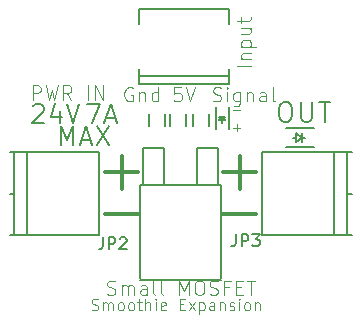
<source format=gto>
G04 #@! TF.FileFunction,Legend,Top*
%FSLAX46Y46*%
G04 Gerber Fmt 4.6, Leading zero omitted, Abs format (unit mm)*
G04 Created by KiCad (PCBNEW 4.0.2-stable) date 04/06/2016 14:34:18*
%MOMM*%
G01*
G04 APERTURE LIST*
%ADD10C,0.100000*%
%ADD11C,0.304800*%
%ADD12C,0.101600*%
%ADD13C,0.134112*%
%ADD14C,0.142240*%
%ADD15C,0.065024*%
%ADD16C,0.081280*%
%ADD17C,0.150000*%
G04 APERTURE END LIST*
D10*
D11*
X152111786Y-109448786D02*
X154869500Y-109448786D01*
X152111786Y-105948786D02*
X154869500Y-105948786D01*
X153490643Y-107327643D02*
X153490643Y-104569929D01*
D12*
X135961362Y-99792148D02*
X135961362Y-98585648D01*
X136420981Y-98585648D01*
X136535886Y-98643100D01*
X136593338Y-98700552D01*
X136650790Y-98815457D01*
X136650790Y-98987814D01*
X136593338Y-99102719D01*
X136535886Y-99160171D01*
X136420981Y-99217624D01*
X135961362Y-99217624D01*
X137052957Y-98585648D02*
X137340219Y-99792148D01*
X137570029Y-98930362D01*
X137799838Y-99792148D01*
X138087100Y-98585648D01*
X139236147Y-99792148D02*
X138833981Y-99217624D01*
X138546719Y-99792148D02*
X138546719Y-98585648D01*
X139006338Y-98585648D01*
X139121243Y-98643100D01*
X139178695Y-98700552D01*
X139236147Y-98815457D01*
X139236147Y-98987814D01*
X139178695Y-99102719D01*
X139121243Y-99160171D01*
X139006338Y-99217624D01*
X138546719Y-99217624D01*
X140672457Y-99792148D02*
X140672457Y-98585648D01*
X141246981Y-99792148D02*
X141246981Y-98585648D01*
X141936409Y-99792148D01*
X141936409Y-98585648D01*
D13*
X135977449Y-100332857D02*
X136053286Y-100257020D01*
X136204960Y-100181183D01*
X136584146Y-100181183D01*
X136735820Y-100257020D01*
X136811657Y-100332857D01*
X136887494Y-100484531D01*
X136887494Y-100636206D01*
X136811657Y-100863717D01*
X135901611Y-101773763D01*
X136887494Y-101773763D01*
X138252563Y-100712043D02*
X138252563Y-101773763D01*
X137873377Y-100105346D02*
X137494192Y-101242903D01*
X138480074Y-101242903D01*
X138859260Y-100181183D02*
X139390120Y-101773763D01*
X139920980Y-100181183D01*
D14*
X157223900Y-99980467D02*
X157545633Y-99980467D01*
X157706500Y-100060900D01*
X157867367Y-100221767D01*
X157947800Y-100543500D01*
X157947800Y-101106533D01*
X157867367Y-101428267D01*
X157706500Y-101589133D01*
X157545633Y-101669567D01*
X157223900Y-101669567D01*
X157063033Y-101589133D01*
X156902167Y-101428267D01*
X156821733Y-101106533D01*
X156821733Y-100543500D01*
X156902167Y-100221767D01*
X157063033Y-100060900D01*
X157223900Y-99980467D01*
X158671700Y-99980467D02*
X158671700Y-101347833D01*
X158752133Y-101508700D01*
X158832566Y-101589133D01*
X158993433Y-101669567D01*
X159315166Y-101669567D01*
X159476033Y-101589133D01*
X159556466Y-101508700D01*
X159636900Y-101347833D01*
X159636900Y-99980467D01*
X160199933Y-99980467D02*
X161165133Y-99980467D01*
X160682533Y-101669567D02*
X160682533Y-99980467D01*
D13*
X138345286Y-103646763D02*
X138345286Y-102054183D01*
X138876146Y-103191740D01*
X139407006Y-102054183D01*
X139407006Y-103646763D01*
X140089540Y-103191740D02*
X140847911Y-103191740D01*
X139937865Y-103646763D02*
X140468725Y-102054183D01*
X140999585Y-103646763D01*
X141378771Y-102054183D02*
X142440491Y-103646763D01*
X142440491Y-102054183D02*
X141378771Y-103646763D01*
D12*
X144419238Y-98793500D02*
X144304333Y-98736048D01*
X144131976Y-98736048D01*
X143959619Y-98793500D01*
X143844714Y-98908405D01*
X143787262Y-99023310D01*
X143729810Y-99253119D01*
X143729810Y-99425476D01*
X143787262Y-99655286D01*
X143844714Y-99770190D01*
X143959619Y-99885095D01*
X144131976Y-99942548D01*
X144246881Y-99942548D01*
X144419238Y-99885095D01*
X144476690Y-99827643D01*
X144476690Y-99425476D01*
X144246881Y-99425476D01*
X144993762Y-99138214D02*
X144993762Y-99942548D01*
X144993762Y-99253119D02*
X145051214Y-99195667D01*
X145166119Y-99138214D01*
X145338476Y-99138214D01*
X145453381Y-99195667D01*
X145510833Y-99310571D01*
X145510833Y-99942548D01*
X146602428Y-99942548D02*
X146602428Y-98736048D01*
X146602428Y-99885095D02*
X146487524Y-99942548D01*
X146257714Y-99942548D01*
X146142809Y-99885095D01*
X146085357Y-99827643D01*
X146027905Y-99712738D01*
X146027905Y-99368024D01*
X146085357Y-99253119D01*
X146142809Y-99195667D01*
X146257714Y-99138214D01*
X146487524Y-99138214D01*
X146602428Y-99195667D01*
D15*
X152933848Y-102169074D02*
X153522160Y-102169074D01*
X153228004Y-102463230D02*
X153228004Y-101874918D01*
X152933848Y-100669074D02*
X153522160Y-100669074D01*
D12*
X148520191Y-98736048D02*
X147945667Y-98736048D01*
X147888215Y-99310571D01*
X147945667Y-99253119D01*
X148060572Y-99195667D01*
X148347834Y-99195667D01*
X148462738Y-99253119D01*
X148520191Y-99310571D01*
X148577643Y-99425476D01*
X148577643Y-99712738D01*
X148520191Y-99827643D01*
X148462738Y-99885095D01*
X148347834Y-99942548D01*
X148060572Y-99942548D01*
X147945667Y-99885095D01*
X147888215Y-99827643D01*
X148922358Y-98736048D02*
X149324524Y-99942548D01*
X149726691Y-98736048D01*
X151229810Y-99885095D02*
X151402167Y-99942548D01*
X151689429Y-99942548D01*
X151804333Y-99885095D01*
X151861786Y-99827643D01*
X151919238Y-99712738D01*
X151919238Y-99597833D01*
X151861786Y-99482929D01*
X151804333Y-99425476D01*
X151689429Y-99368024D01*
X151459619Y-99310571D01*
X151344714Y-99253119D01*
X151287262Y-99195667D01*
X151229810Y-99080762D01*
X151229810Y-98965857D01*
X151287262Y-98850952D01*
X151344714Y-98793500D01*
X151459619Y-98736048D01*
X151746881Y-98736048D01*
X151919238Y-98793500D01*
X152436310Y-99942548D02*
X152436310Y-99138214D01*
X152436310Y-98736048D02*
X152378858Y-98793500D01*
X152436310Y-98850952D01*
X152493762Y-98793500D01*
X152436310Y-98736048D01*
X152436310Y-98850952D01*
X153527905Y-99138214D02*
X153527905Y-100114905D01*
X153470453Y-100229810D01*
X153413001Y-100287262D01*
X153298096Y-100344714D01*
X153125739Y-100344714D01*
X153010834Y-100287262D01*
X153527905Y-99885095D02*
X153413001Y-99942548D01*
X153183191Y-99942548D01*
X153068286Y-99885095D01*
X153010834Y-99827643D01*
X152953382Y-99712738D01*
X152953382Y-99368024D01*
X153010834Y-99253119D01*
X153068286Y-99195667D01*
X153183191Y-99138214D01*
X153413001Y-99138214D01*
X153527905Y-99195667D01*
X154102429Y-99138214D02*
X154102429Y-99942548D01*
X154102429Y-99253119D02*
X154159881Y-99195667D01*
X154274786Y-99138214D01*
X154447143Y-99138214D01*
X154562048Y-99195667D01*
X154619500Y-99310571D01*
X154619500Y-99942548D01*
X155711095Y-99942548D02*
X155711095Y-99310571D01*
X155653643Y-99195667D01*
X155538738Y-99138214D01*
X155308929Y-99138214D01*
X155194024Y-99195667D01*
X155711095Y-99885095D02*
X155596191Y-99942548D01*
X155308929Y-99942548D01*
X155194024Y-99885095D01*
X155136572Y-99770190D01*
X155136572Y-99655286D01*
X155194024Y-99540381D01*
X155308929Y-99482929D01*
X155596191Y-99482929D01*
X155711095Y-99425476D01*
X156457976Y-99942548D02*
X156343071Y-99885095D01*
X156285619Y-99770190D01*
X156285619Y-98736048D01*
X142276910Y-116263695D02*
X142449267Y-116321148D01*
X142736529Y-116321148D01*
X142851433Y-116263695D01*
X142908886Y-116206243D01*
X142966338Y-116091338D01*
X142966338Y-115976433D01*
X142908886Y-115861529D01*
X142851433Y-115804076D01*
X142736529Y-115746624D01*
X142506719Y-115689171D01*
X142391814Y-115631719D01*
X142334362Y-115574267D01*
X142276910Y-115459362D01*
X142276910Y-115344457D01*
X142334362Y-115229552D01*
X142391814Y-115172100D01*
X142506719Y-115114648D01*
X142793981Y-115114648D01*
X142966338Y-115172100D01*
X143483410Y-116321148D02*
X143483410Y-115516814D01*
X143483410Y-115631719D02*
X143540862Y-115574267D01*
X143655767Y-115516814D01*
X143828124Y-115516814D01*
X143943029Y-115574267D01*
X144000481Y-115689171D01*
X144000481Y-116321148D01*
X144000481Y-115689171D02*
X144057934Y-115574267D01*
X144172838Y-115516814D01*
X144345196Y-115516814D01*
X144460100Y-115574267D01*
X144517553Y-115689171D01*
X144517553Y-116321148D01*
X145609148Y-116321148D02*
X145609148Y-115689171D01*
X145551696Y-115574267D01*
X145436791Y-115516814D01*
X145206982Y-115516814D01*
X145092077Y-115574267D01*
X145609148Y-116263695D02*
X145494244Y-116321148D01*
X145206982Y-116321148D01*
X145092077Y-116263695D01*
X145034625Y-116148790D01*
X145034625Y-116033886D01*
X145092077Y-115918981D01*
X145206982Y-115861529D01*
X145494244Y-115861529D01*
X145609148Y-115804076D01*
X146356029Y-116321148D02*
X146241124Y-116263695D01*
X146183672Y-116148790D01*
X146183672Y-115114648D01*
X146988005Y-116321148D02*
X146873100Y-116263695D01*
X146815648Y-116148790D01*
X146815648Y-115114648D01*
X148366862Y-116321148D02*
X148366862Y-115114648D01*
X148769029Y-115976433D01*
X149171195Y-115114648D01*
X149171195Y-116321148D01*
X149975528Y-115114648D02*
X150205338Y-115114648D01*
X150320243Y-115172100D01*
X150435147Y-115287005D01*
X150492600Y-115516814D01*
X150492600Y-115918981D01*
X150435147Y-116148790D01*
X150320243Y-116263695D01*
X150205338Y-116321148D01*
X149975528Y-116321148D01*
X149860624Y-116263695D01*
X149745719Y-116148790D01*
X149688267Y-115918981D01*
X149688267Y-115516814D01*
X149745719Y-115287005D01*
X149860624Y-115172100D01*
X149975528Y-115114648D01*
X150952219Y-116263695D02*
X151124576Y-116321148D01*
X151411838Y-116321148D01*
X151526742Y-116263695D01*
X151584195Y-116206243D01*
X151641647Y-116091338D01*
X151641647Y-115976433D01*
X151584195Y-115861529D01*
X151526742Y-115804076D01*
X151411838Y-115746624D01*
X151182028Y-115689171D01*
X151067123Y-115631719D01*
X151009671Y-115574267D01*
X150952219Y-115459362D01*
X150952219Y-115344457D01*
X151009671Y-115229552D01*
X151067123Y-115172100D01*
X151182028Y-115114648D01*
X151469290Y-115114648D01*
X151641647Y-115172100D01*
X152560886Y-115689171D02*
X152158719Y-115689171D01*
X152158719Y-116321148D02*
X152158719Y-115114648D01*
X152733243Y-115114648D01*
X153192862Y-115689171D02*
X153595029Y-115689171D01*
X153767386Y-116321148D02*
X153192862Y-116321148D01*
X153192862Y-115114648D01*
X153767386Y-115114648D01*
X154112100Y-115114648D02*
X154801528Y-115114648D01*
X154456814Y-116321148D02*
X154456814Y-115114648D01*
D16*
X140960948Y-117556676D02*
X141098833Y-117602638D01*
X141328643Y-117602638D01*
X141420567Y-117556676D01*
X141466529Y-117510714D01*
X141512490Y-117418790D01*
X141512490Y-117326867D01*
X141466529Y-117234943D01*
X141420567Y-117188981D01*
X141328643Y-117143019D01*
X141144795Y-117097057D01*
X141052871Y-117051095D01*
X141006910Y-117005133D01*
X140960948Y-116913210D01*
X140960948Y-116821286D01*
X141006910Y-116729362D01*
X141052871Y-116683400D01*
X141144795Y-116637438D01*
X141374605Y-116637438D01*
X141512490Y-116683400D01*
X141926148Y-117602638D02*
X141926148Y-116959171D01*
X141926148Y-117051095D02*
X141972109Y-117005133D01*
X142064033Y-116959171D01*
X142201919Y-116959171D01*
X142293843Y-117005133D01*
X142339805Y-117097057D01*
X142339805Y-117602638D01*
X142339805Y-117097057D02*
X142385767Y-117005133D01*
X142477690Y-116959171D01*
X142615576Y-116959171D01*
X142707500Y-117005133D01*
X142753462Y-117097057D01*
X142753462Y-117602638D01*
X143350966Y-117602638D02*
X143259042Y-117556676D01*
X143213081Y-117510714D01*
X143167119Y-117418790D01*
X143167119Y-117143019D01*
X143213081Y-117051095D01*
X143259042Y-117005133D01*
X143350966Y-116959171D01*
X143488852Y-116959171D01*
X143580776Y-117005133D01*
X143626738Y-117051095D01*
X143672700Y-117143019D01*
X143672700Y-117418790D01*
X143626738Y-117510714D01*
X143580776Y-117556676D01*
X143488852Y-117602638D01*
X143350966Y-117602638D01*
X144224242Y-117602638D02*
X144132318Y-117556676D01*
X144086357Y-117510714D01*
X144040395Y-117418790D01*
X144040395Y-117143019D01*
X144086357Y-117051095D01*
X144132318Y-117005133D01*
X144224242Y-116959171D01*
X144362128Y-116959171D01*
X144454052Y-117005133D01*
X144500014Y-117051095D01*
X144545976Y-117143019D01*
X144545976Y-117418790D01*
X144500014Y-117510714D01*
X144454052Y-117556676D01*
X144362128Y-117602638D01*
X144224242Y-117602638D01*
X144821747Y-116959171D02*
X145189442Y-116959171D01*
X144959633Y-116637438D02*
X144959633Y-117464752D01*
X145005594Y-117556676D01*
X145097518Y-117602638D01*
X145189442Y-117602638D01*
X145511176Y-117602638D02*
X145511176Y-116637438D01*
X145924833Y-117602638D02*
X145924833Y-117097057D01*
X145878871Y-117005133D01*
X145786947Y-116959171D01*
X145649061Y-116959171D01*
X145557137Y-117005133D01*
X145511176Y-117051095D01*
X146384452Y-117602638D02*
X146384452Y-116959171D01*
X146384452Y-116637438D02*
X146338490Y-116683400D01*
X146384452Y-116729362D01*
X146430413Y-116683400D01*
X146384452Y-116637438D01*
X146384452Y-116729362D01*
X147211766Y-117556676D02*
X147119842Y-117602638D01*
X146935994Y-117602638D01*
X146844071Y-117556676D01*
X146798109Y-117464752D01*
X146798109Y-117097057D01*
X146844071Y-117005133D01*
X146935994Y-116959171D01*
X147119842Y-116959171D01*
X147211766Y-117005133D01*
X147257728Y-117097057D01*
X147257728Y-117188981D01*
X146798109Y-117280905D01*
X148406775Y-117097057D02*
X148728508Y-117097057D01*
X148866394Y-117602638D02*
X148406775Y-117602638D01*
X148406775Y-116637438D01*
X148866394Y-116637438D01*
X149188127Y-117602638D02*
X149693708Y-116959171D01*
X149188127Y-116959171D02*
X149693708Y-117602638D01*
X150061403Y-116959171D02*
X150061403Y-117924371D01*
X150061403Y-117005133D02*
X150153326Y-116959171D01*
X150337174Y-116959171D01*
X150429098Y-117005133D01*
X150475060Y-117051095D01*
X150521022Y-117143019D01*
X150521022Y-117418790D01*
X150475060Y-117510714D01*
X150429098Y-117556676D01*
X150337174Y-117602638D01*
X150153326Y-117602638D01*
X150061403Y-117556676D01*
X151348336Y-117602638D02*
X151348336Y-117097057D01*
X151302374Y-117005133D01*
X151210450Y-116959171D01*
X151026602Y-116959171D01*
X150934679Y-117005133D01*
X151348336Y-117556676D02*
X151256412Y-117602638D01*
X151026602Y-117602638D01*
X150934679Y-117556676D01*
X150888717Y-117464752D01*
X150888717Y-117372829D01*
X150934679Y-117280905D01*
X151026602Y-117234943D01*
X151256412Y-117234943D01*
X151348336Y-117188981D01*
X151807955Y-116959171D02*
X151807955Y-117602638D01*
X151807955Y-117051095D02*
X151853916Y-117005133D01*
X151945840Y-116959171D01*
X152083726Y-116959171D01*
X152175650Y-117005133D01*
X152221612Y-117097057D01*
X152221612Y-117602638D01*
X152635269Y-117556676D02*
X152727192Y-117602638D01*
X152911040Y-117602638D01*
X153002964Y-117556676D01*
X153048926Y-117464752D01*
X153048926Y-117418790D01*
X153002964Y-117326867D01*
X152911040Y-117280905D01*
X152773154Y-117280905D01*
X152681231Y-117234943D01*
X152635269Y-117143019D01*
X152635269Y-117097057D01*
X152681231Y-117005133D01*
X152773154Y-116959171D01*
X152911040Y-116959171D01*
X153002964Y-117005133D01*
X153462583Y-117602638D02*
X153462583Y-116959171D01*
X153462583Y-116637438D02*
X153416621Y-116683400D01*
X153462583Y-116729362D01*
X153508544Y-116683400D01*
X153462583Y-116637438D01*
X153462583Y-116729362D01*
X154060087Y-117602638D02*
X153968163Y-117556676D01*
X153922202Y-117510714D01*
X153876240Y-117418790D01*
X153876240Y-117143019D01*
X153922202Y-117051095D01*
X153968163Y-117005133D01*
X154060087Y-116959171D01*
X154197973Y-116959171D01*
X154289897Y-117005133D01*
X154335859Y-117051095D01*
X154381821Y-117143019D01*
X154381821Y-117418790D01*
X154335859Y-117510714D01*
X154289897Y-117556676D01*
X154197973Y-117602638D01*
X154060087Y-117602638D01*
X154795478Y-116959171D02*
X154795478Y-117602638D01*
X154795478Y-117051095D02*
X154841439Y-117005133D01*
X154933363Y-116959171D01*
X155071249Y-116959171D01*
X155163173Y-117005133D01*
X155209135Y-117097057D01*
X155209135Y-117602638D01*
D12*
X154442548Y-96962738D02*
X153236048Y-96962738D01*
X153638214Y-96388214D02*
X154442548Y-96388214D01*
X153753119Y-96388214D02*
X153695667Y-96330762D01*
X153638214Y-96215857D01*
X153638214Y-96043500D01*
X153695667Y-95928595D01*
X153810571Y-95871143D01*
X154442548Y-95871143D01*
X153638214Y-95296619D02*
X154844714Y-95296619D01*
X153695667Y-95296619D02*
X153638214Y-95181714D01*
X153638214Y-94951905D01*
X153695667Y-94837000D01*
X153753119Y-94779548D01*
X153868024Y-94722095D01*
X154212738Y-94722095D01*
X154327643Y-94779548D01*
X154385095Y-94837000D01*
X154442548Y-94951905D01*
X154442548Y-95181714D01*
X154385095Y-95296619D01*
X153638214Y-93687953D02*
X154442548Y-93687953D01*
X153638214Y-94205024D02*
X154270190Y-94205024D01*
X154385095Y-94147572D01*
X154442548Y-94032667D01*
X154442548Y-93860310D01*
X154385095Y-93745405D01*
X154327643Y-93687953D01*
X153638214Y-93285786D02*
X153638214Y-92826167D01*
X153236048Y-93113429D02*
X154270190Y-93113429D01*
X154385095Y-93055977D01*
X154442548Y-92941072D01*
X154442548Y-92826167D01*
D13*
X140600611Y-100181183D02*
X141662331Y-100181183D01*
X140979797Y-101773763D01*
X142193192Y-101318740D02*
X142951563Y-101318740D01*
X142041517Y-101773763D02*
X142572377Y-100181183D01*
X143103237Y-101773763D01*
D11*
X142121143Y-105948786D02*
X144878857Y-105948786D01*
X143500000Y-107327643D02*
X143500000Y-104569929D01*
X142121143Y-109448786D02*
X144878857Y-109448786D01*
D17*
X158250000Y-103000000D02*
X158000000Y-103000000D01*
X158750000Y-103000000D02*
X159000000Y-103000000D01*
X158750000Y-103000000D02*
X158250000Y-103350000D01*
X158250000Y-103350000D02*
X158250000Y-102650000D01*
X158250000Y-102650000D02*
X158750000Y-103000000D01*
X158750000Y-103350000D02*
X158750000Y-102650000D01*
X159800000Y-102200000D02*
X157400000Y-102200000D01*
X159800000Y-103800000D02*
X157400000Y-103800000D01*
X152560000Y-97790000D02*
X144940000Y-97790000D01*
X152560000Y-97155000D02*
X152560000Y-98425000D01*
X144940000Y-93345000D02*
X144940000Y-92075000D01*
X144940000Y-92075000D02*
X152560000Y-92075000D01*
X152560000Y-92075000D02*
X152560000Y-93345000D01*
X152560000Y-98425000D02*
X144940000Y-98425000D01*
X144940000Y-98425000D02*
X144940000Y-97155000D01*
X151450000Y-100400000D02*
X151450000Y-102300000D01*
X152550000Y-100400000D02*
X152550000Y-102300000D01*
X152000000Y-101300000D02*
X152000000Y-101750000D01*
X152250000Y-101250000D02*
X151750000Y-101250000D01*
X152000000Y-101250000D02*
X152250000Y-101500000D01*
X152250000Y-101500000D02*
X151750000Y-101500000D01*
X151750000Y-101500000D02*
X152000000Y-101250000D01*
X147103000Y-107024000D02*
X147103000Y-103849000D01*
X147103000Y-103849000D02*
X145325000Y-103849000D01*
X145325000Y-103849000D02*
X145325000Y-107024000D01*
X151675000Y-107024000D02*
X151675000Y-103849000D01*
X151675000Y-103849000D02*
X149897000Y-103849000D01*
X149897000Y-103849000D02*
X149897000Y-107024000D01*
X145071000Y-113120000D02*
X145071000Y-107024000D01*
X145071000Y-107024000D02*
X151929000Y-107024000D01*
X151929000Y-107024000D02*
X151929000Y-114898000D01*
X151929000Y-115025000D02*
X145071000Y-115025000D01*
X145071000Y-114898000D02*
X145071000Y-113120000D01*
X148925000Y-101000000D02*
X148925000Y-102000000D01*
X147575000Y-102000000D02*
X147575000Y-101000000D01*
X145825000Y-102000000D02*
X145825000Y-101000000D01*
X147175000Y-101000000D02*
X147175000Y-102000000D01*
X150925000Y-101000000D02*
X150925000Y-102000000D01*
X149575000Y-102000000D02*
X149575000Y-101000000D01*
X134400000Y-107750000D02*
X134000000Y-107750000D01*
X135500000Y-104250000D02*
X135500000Y-111250000D01*
X134400000Y-104250000D02*
X134400000Y-111250000D01*
X141600000Y-104250000D02*
X134000000Y-104250000D01*
X134000000Y-111250000D02*
X141600000Y-111250000D01*
X141600000Y-111250000D02*
X141600000Y-104250000D01*
X162600000Y-107750000D02*
X163000000Y-107750000D01*
X161500000Y-111250000D02*
X161500000Y-104250000D01*
X162600000Y-111250000D02*
X162600000Y-104250000D01*
X155400000Y-111250000D02*
X163000000Y-111250000D01*
X163000000Y-104250000D02*
X155400000Y-104250000D01*
X155400000Y-104250000D02*
X155400000Y-111250000D01*
X141916667Y-111452381D02*
X141916667Y-112166667D01*
X141869047Y-112309524D01*
X141773809Y-112404762D01*
X141630952Y-112452381D01*
X141535714Y-112452381D01*
X142392857Y-112452381D02*
X142392857Y-111452381D01*
X142773810Y-111452381D01*
X142869048Y-111500000D01*
X142916667Y-111547619D01*
X142964286Y-111642857D01*
X142964286Y-111785714D01*
X142916667Y-111880952D01*
X142869048Y-111928571D01*
X142773810Y-111976190D01*
X142392857Y-111976190D01*
X143345238Y-111547619D02*
X143392857Y-111500000D01*
X143488095Y-111452381D01*
X143726191Y-111452381D01*
X143821429Y-111500000D01*
X143869048Y-111547619D01*
X143916667Y-111642857D01*
X143916667Y-111738095D01*
X143869048Y-111880952D01*
X143297619Y-112452381D01*
X143916667Y-112452381D01*
X153166667Y-111202381D02*
X153166667Y-111916667D01*
X153119047Y-112059524D01*
X153023809Y-112154762D01*
X152880952Y-112202381D01*
X152785714Y-112202381D01*
X153642857Y-112202381D02*
X153642857Y-111202381D01*
X154023810Y-111202381D01*
X154119048Y-111250000D01*
X154166667Y-111297619D01*
X154214286Y-111392857D01*
X154214286Y-111535714D01*
X154166667Y-111630952D01*
X154119048Y-111678571D01*
X154023810Y-111726190D01*
X153642857Y-111726190D01*
X154547619Y-111202381D02*
X155166667Y-111202381D01*
X154833333Y-111583333D01*
X154976191Y-111583333D01*
X155071429Y-111630952D01*
X155119048Y-111678571D01*
X155166667Y-111773810D01*
X155166667Y-112011905D01*
X155119048Y-112107143D01*
X155071429Y-112154762D01*
X154976191Y-112202381D01*
X154690476Y-112202381D01*
X154595238Y-112154762D01*
X154547619Y-112107143D01*
M02*

</source>
